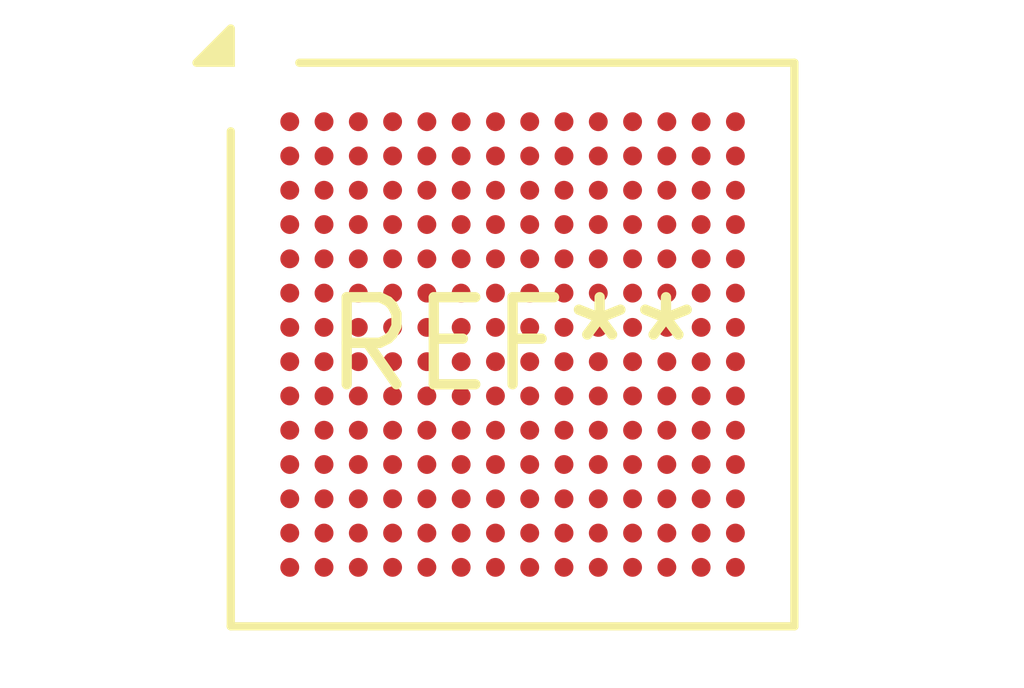
<source format=kicad_pcb>
(kicad_pcb (version 20240108) (generator pcbnew)
  (layers (0 "F.Cu" signal) (31 "B.Cu" signal) (34 "B.Paste" user) (35 "F.Paste" user) (36 "B.SilkS" user "B.Silkscreen") (37 "F.SilkS" user "F.Silkscreen") (38 "B.Mask" user) (39 "F.Mask" user) (44 "Edge.Cuts" user))
  (net 0 "")
  (footprint "Xilinx_CPGA196" (layer "F.Cu") (at 0 0)
    (property "Reference" "REF**")
    (property "Value" "Xilinx_CPGA196")
    (fp_line (start -4.11 4.11) (end -4.11 -3.11) (layer "F.SilkS") (stroke (width 0.12)))
    (fp_line (start -3.11 -4.11) (end 4.11 -4.11) (layer "F.SilkS") (stroke (width 0.12)))
    (fp_line (start 4.11 -4.11) (end 4.11 4.11) (layer "F.SilkS") (stroke (width 0.12)))
    (fp_line (start 4.11 4.11) (end -4.11 4.11) (layer "F.SilkS") (stroke (width 0.12)))
    (fp_poly (pts (xy -4.11 -4.11) (xy -4.61 -4.11) (xy -4.11 -4.61) (xy -4.11 -4.11)) (layer "F.SilkS") (stroke (width 0.12)) (fill solid))
    (pad "A1" smd circle (at -3.25 -3.25) (size 0.275 0.275) (property pad_prop_bga) (layers "F.Cu" "F.Paste" "F.Mask"))
    (pad "A2" smd circle (at -2.75 -3.25) (size 0.275 0.275) (property pad_prop_bga) (layers "F.Cu" "F.Paste" "F.Mask"))
    (pad "A3" smd circle (at -2.25 -3.25) (size 0.275 0.275) (property pad_prop_bga) (layers "F.Cu" "F.Paste" "F.Mask"))
    (pad "A4" smd circle (at -1.75 -3.25) (size 0.275 0.275) (property pad_prop_bga) (layers "F.Cu" "F.Paste" "F.Mask"))
    (pad "A5" smd circle (at -1.25 -3.25) (size 0.275 0.275) (property pad_prop_bga) (layers "F.Cu" "F.Paste" "F.Mask"))
    (pad "A6" smd circle (at -0.75 -3.25) (size 0.275 0.275) (property pad_prop_bga) (layers "F.Cu" "F.Paste" "F.Mask"))
    (pad "A7" smd circle (at -0.25 -3.25) (size 0.275 0.275) (property pad_prop_bga) (layers "F.Cu" "F.Paste" "F.Mask"))
    (pad "A8" smd circle (at 0.25 -3.25) (size 0.275 0.275) (property pad_prop_bga) (layers "F.Cu" "F.Paste" "F.Mask"))
    (pad "A9" smd circle (at 0.75 -3.25) (size 0.275 0.275) (property pad_prop_bga) (layers "F.Cu" "F.Paste" "F.Mask"))
    (pad "A10" smd circle (at 1.25 -3.25) (size 0.275 0.275) (property pad_prop_bga) (layers "F.Cu" "F.Paste" "F.Mask"))
    (pad "A11" smd circle (at 1.75 -3.25) (size 0.275 0.275) (property pad_prop_bga) (layers "F.Cu" "F.Paste" "F.Mask"))
    (pad "A12" smd circle (at 2.25 -3.25) (size 0.275 0.275) (property pad_prop_bga) (layers "F.Cu" "F.Paste" "F.Mask"))
    (pad "A13" smd circle (at 2.75 -3.25) (size 0.275 0.275) (property pad_prop_bga) (layers "F.Cu" "F.Paste" "F.Mask"))
    (pad "A14" smd circle (at 3.25 -3.25) (size 0.275 0.275) (property pad_prop_bga) (layers "F.Cu" "F.Paste" "F.Mask"))
    (pad "B1" smd circle (at -3.25 -2.75) (size 0.275 0.275) (property pad_prop_bga) (layers "F.Cu" "F.Paste" "F.Mask"))
    (pad "B2" smd circle (at -2.75 -2.75) (size 0.275 0.275) (property pad_prop_bga) (layers "F.Cu" "F.Paste" "F.Mask"))
    (pad "B3" smd circle (at -2.25 -2.75) (size 0.275 0.275) (property pad_prop_bga) (layers "F.Cu" "F.Paste" "F.Mask"))
    (pad "B4" smd circle (at -1.75 -2.75) (size 0.275 0.275) (property pad_prop_bga) (layers "F.Cu" "F.Paste" "F.Mask"))
    (pad "B5" smd circle (at -1.25 -2.75) (size 0.275 0.275) (property pad_prop_bga) (layers "F.Cu" "F.Paste" "F.Mask"))
    (pad "B6" smd circle (at -0.75 -2.75) (size 0.275 0.275) (property pad_prop_bga) (layers "F.Cu" "F.Paste" "F.Mask"))
    (pad "B7" smd circle (at -0.25 -2.75) (size 0.275 0.275) (property pad_prop_bga) (layers "F.Cu" "F.Paste" "F.Mask"))
    (pad "B8" smd circle (at 0.25 -2.75) (size 0.275 0.275) (property pad_prop_bga) (layers "F.Cu" "F.Paste" "F.Mask"))
    (pad "B9" smd circle (at 0.75 -2.75) (size 0.275 0.275) (property pad_prop_bga) (layers "F.Cu" "F.Paste" "F.Mask"))
    (pad "B10" smd circle (at 1.25 -2.75) (size 0.275 0.275) (property pad_prop_bga) (layers "F.Cu" "F.Paste" "F.Mask"))
    (pad "B11" smd circle (at 1.75 -2.75) (size 0.275 0.275) (property pad_prop_bga) (layers "F.Cu" "F.Paste" "F.Mask"))
    (pad "B12" smd circle (at 2.25 -2.75) (size 0.275 0.275) (property pad_prop_bga) (layers "F.Cu" "F.Paste" "F.Mask"))
    (pad "B13" smd circle (at 2.75 -2.75) (size 0.275 0.275) (property pad_prop_bga) (layers "F.Cu" "F.Paste" "F.Mask"))
    (pad "B14" smd circle (at 3.25 -2.75) (size 0.275 0.275) (property pad_prop_bga) (layers "F.Cu" "F.Paste" "F.Mask"))
    (pad "C1" smd circle (at -3.25 -2.25) (size 0.275 0.275) (property pad_prop_bga) (layers "F.Cu" "F.Paste" "F.Mask"))
    (pad "C2" smd circle (at -2.75 -2.25) (size 0.275 0.275) (property pad_prop_bga) (layers "F.Cu" "F.Paste" "F.Mask"))
    (pad "C3" smd circle (at -2.25 -2.25) (size 0.275 0.275) (property pad_prop_bga) (layers "F.Cu" "F.Paste" "F.Mask"))
    (pad "C4" smd circle (at -1.75 -2.25) (size 0.275 0.275) (property pad_prop_bga) (layers "F.Cu" "F.Paste" "F.Mask"))
    (pad "C5" smd circle (at -1.25 -2.25) (size 0.275 0.275) (property pad_prop_bga) (layers "F.Cu" "F.Paste" "F.Mask"))
    (pad "C6" smd circle (at -0.75 -2.25) (size 0.275 0.275) (property pad_prop_bga) (layers "F.Cu" "F.Paste" "F.Mask"))
    (pad "C7" smd circle (at -0.25 -2.25) (size 0.275 0.275) (property pad_prop_bga) (layers "F.Cu" "F.Paste" "F.Mask"))
    (pad "C8" smd circle (at 0.25 -2.25) (size 0.275 0.275) (property pad_prop_bga) (layers "F.Cu" "F.Paste" "F.Mask"))
    (pad "C9" smd circle (at 0.75 -2.25) (size 0.275 0.275) (property pad_prop_bga) (layers "F.Cu" "F.Paste" "F.Mask"))
    (pad "C10" smd circle (at 1.25 -2.25) (size 0.275 0.275) (property pad_prop_bga) (layers "F.Cu" "F.Paste" "F.Mask"))
    (pad "C11" smd circle (at 1.75 -2.25) (size 0.275 0.275) (property pad_prop_bga) (layers "F.Cu" "F.Paste" "F.Mask"))
    (pad "C12" smd circle (at 2.25 -2.25) (size 0.275 0.275) (property pad_prop_bga) (layers "F.Cu" "F.Paste" "F.Mask"))
    (pad "C13" smd circle (at 2.75 -2.25) (size 0.275 0.275) (property pad_prop_bga) (layers "F.Cu" "F.Paste" "F.Mask"))
    (pad "C14" smd circle (at 3.25 -2.25) (size 0.275 0.275) (property pad_prop_bga) (layers "F.Cu" "F.Paste" "F.Mask"))
    (pad "D1" smd circle (at -3.25 -1.75) (size 0.275 0.275) (property pad_prop_bga) (layers "F.Cu" "F.Paste" "F.Mask"))
    (pad "D2" smd circle (at -2.75 -1.75) (size 0.275 0.275) (property pad_prop_bga) (layers "F.Cu" "F.Paste" "F.Mask"))
    (pad "D3" smd circle (at -2.25 -1.75) (size 0.275 0.275) (property pad_prop_bga) (layers "F.Cu" "F.Paste" "F.Mask"))
    (pad "D4" smd circle (at -1.75 -1.75) (size 0.275 0.275) (property pad_prop_bga) (layers "F.Cu" "F.Paste" "F.Mask"))
    (pad "D5" smd circle (at -1.25 -1.75) (size 0.275 0.275) (property pad_prop_bga) (layers "F.Cu" "F.Paste" "F.Mask"))
    (pad "D6" smd circle (at -0.75 -1.75) (size 0.275 0.275) (property pad_prop_bga) (layers "F.Cu" "F.Paste" "F.Mask"))
    (pad "D7" smd circle (at -0.25 -1.75) (size 0.275 0.275) (property pad_prop_bga) (layers "F.Cu" "F.Paste" "F.Mask"))
    (pad "D8" smd circle (at 0.25 -1.75) (size 0.275 0.275) (property pad_prop_bga) (layers "F.Cu" "F.Paste" "F.Mask"))
    (pad "D9" smd circle (at 0.75 -1.75) (size 0.275 0.275) (property pad_prop_bga) (layers "F.Cu" "F.Paste" "F.Mask"))
    (pad "D10" smd circle (at 1.25 -1.75) (size 0.275 0.275) (property pad_prop_bga) (layers "F.Cu" "F.Paste" "F.Mask"))
    (pad "D11" smd circle (at 1.75 -1.75) (size 0.275 0.275) (property pad_prop_bga) (layers "F.Cu" "F.Paste" "F.Mask"))
    (pad "D12" smd circle (at 2.25 -1.75) (size 0.275 0.275) (property pad_prop_bga) (layers "F.Cu" "F.Paste" "F.Mask"))
    (pad "D13" smd circle (at 2.75 -1.75) (size 0.275 0.275) (property pad_prop_bga) (layers "F.Cu" "F.Paste" "F.Mask"))
    (pad "D14" smd circle (at 3.25 -1.75) (size 0.275 0.275) (property pad_prop_bga) (layers "F.Cu" "F.Paste" "F.Mask"))
    (pad "E1" smd circle (at -3.25 -1.25) (size 0.275 0.275) (property pad_prop_bga) (layers "F.Cu" "F.Paste" "F.Mask"))
    (pad "E2" smd circle (at -2.75 -1.25) (size 0.275 0.275) (property pad_prop_bga) (layers "F.Cu" "F.Paste" "F.Mask"))
    (pad "E3" smd circle (at -2.25 -1.25) (size 0.275 0.275) (property pad_prop_bga) (layers "F.Cu" "F.Paste" "F.Mask"))
    (pad "E4" smd circle (at -1.75 -1.25) (size 0.275 0.275) (property pad_prop_bga) (layers "F.Cu" "F.Paste" "F.Mask"))
    (pad "E5" smd circle (at -1.25 -1.25) (size 0.275 0.275) (property pad_prop_bga) (layers "F.Cu" "F.Paste" "F.Mask"))
    (pad "E6" smd circle (at -0.75 -1.25) (size 0.275 0.275) (property pad_prop_bga) (layers "F.Cu" "F.Paste" "F.Mask"))
    (pad "E7" smd circle (at -0.25 -1.25) (size 0.275 0.275) (property pad_prop_bga) (layers "F.Cu" "F.Paste" "F.Mask"))
    (pad "E8" smd circle (at 0.25 -1.25) (size 0.275 0.275) (property pad_prop_bga) (layers "F.Cu" "F.Paste" "F.Mask"))
    (pad "E9" smd circle (at 0.75 -1.25) (size 0.275 0.275) (property pad_prop_bga) (layers "F.Cu" "F.Paste" "F.Mask"))
    (pad "E10" smd circle (at 1.25 -1.25) (size 0.275 0.275) (property pad_prop_bga) (layers "F.Cu" "F.Paste" "F.Mask"))
    (pad "E11" smd circle (at 1.75 -1.25) (size 0.275 0.275) (property pad_prop_bga) (layers "F.Cu" "F.Paste" "F.Mask"))
    (pad "E12" smd circle (at 2.25 -1.25) (size 0.275 0.275) (property pad_prop_bga) (layers "F.Cu" "F.Paste" "F.Mask"))
    (pad "E13" smd circle (at 2.75 -1.25) (size 0.275 0.275) (property pad_prop_bga) (layers "F.Cu" "F.Paste" "F.Mask"))
    (pad "E14" smd circle (at 3.25 -1.25) (size 0.275 0.275) (property pad_prop_bga) (layers "F.Cu" "F.Paste" "F.Mask"))
    (pad "F1" smd circle (at -3.25 -0.75) (size 0.275 0.275) (property pad_prop_bga) (layers "F.Cu" "F.Paste" "F.Mask"))
    (pad "F2" smd circle (at -2.75 -0.75) (size 0.275 0.275) (property pad_prop_bga) (layers "F.Cu" "F.Paste" "F.Mask"))
    (pad "F3" smd circle (at -2.25 -0.75) (size 0.275 0.275) (property pad_prop_bga) (layers "F.Cu" "F.Paste" "F.Mask"))
    (pad "F4" smd circle (at -1.75 -0.75) (size 0.275 0.275) (property pad_prop_bga) (layers "F.Cu" "F.Paste" "F.Mask"))
    (pad "F5" smd circle (at -1.25 -0.75) (size 0.275 0.275) (property pad_prop_bga) (layers "F.Cu" "F.Paste" "F.Mask"))
    (pad "F6" smd circle (at -0.75 -0.75) (size 0.275 0.275) (property pad_prop_bga) (layers "F.Cu" "F.Paste" "F.Mask"))
    (pad "F7" smd circle (at -0.25 -0.75) (size 0.275 0.275) (property pad_prop_bga) (layers "F.Cu" "F.Paste" "F.Mask"))
    (pad "F8" smd circle (at 0.25 -0.75) (size 0.275 0.275) (property pad_prop_bga) (layers "F.Cu" "F.Paste" "F.Mask"))
    (pad "F9" smd circle (at 0.75 -0.75) (size 0.275 0.275) (property pad_prop_bga) (layers "F.Cu" "F.Paste" "F.Mask"))
    (pad "F10" smd circle (at 1.25 -0.75) (size 0.275 0.275) (property pad_prop_bga) (layers "F.Cu" "F.Paste" "F.Mask"))
    (pad "F11" smd circle (at 1.75 -0.75) (size 0.275 0.275) (property pad_prop_bga) (layers "F.Cu" "F.Paste" "F.Mask"))
    (pad "F12" smd circle (at 2.25 -0.75) (size 0.275 0.275) (property pad_prop_bga) (layers "F.Cu" "F.Paste" "F.Mask"))
    (pad "F13" smd circle (at 2.75 -0.75) (size 0.275 0.275) (property pad_prop_bga) (layers "F.Cu" "F.Paste" "F.Mask"))
    (pad "F14" smd circle (at 3.25 -0.75) (size 0.275 0.275) (property pad_prop_bga) (layers "F.Cu" "F.Paste" "F.Mask"))
    (pad "G1" smd circle (at -3.25 -0.25) (size 0.275 0.275) (property pad_prop_bga) (layers "F.Cu" "F.Paste" "F.Mask"))
    (pad "G2" smd circle (at -2.75 -0.25) (size 0.275 0.275) (property pad_prop_bga) (layers "F.Cu" "F.Paste" "F.Mask"))
    (pad "G3" smd circle (at -2.25 -0.25) (size 0.275 0.275) (property pad_prop_bga) (layers "F.Cu" "F.Paste" "F.Mask"))
    (pad "G4" smd circle (at -1.75 -0.25) (size 0.275 0.275) (property pad_prop_bga) (layers "F.Cu" "F.Paste" "F.Mask"))
    (pad "G5" smd circle (at -1.25 -0.25) (size 0.275 0.275) (property pad_prop_bga) (layers "F.Cu" "F.Paste" "F.Mask"))
    (pad "G6" smd circle (at -0.75 -0.25) (size 0.275 0.275) (property pad_prop_bga) (layers "F.Cu" "F.Paste" "F.Mask"))
    (pad "G7" smd circle (at -0.25 -0.25) (size 0.275 0.275) (property pad_prop_bga) (layers "F.Cu" "F.Paste" "F.Mask"))
    (pad "G8" smd circle (at 0.25 -0.25) (size 0.275 0.275) (property pad_prop_bga) (layers "F.Cu" "F.Paste" "F.Mask"))
    (pad "G9" smd circle (at 0.75 -0.25) (size 0.275 0.275) (property pad_prop_bga) (layers "F.Cu" "F.Paste" "F.Mask"))
    (pad "G10" smd circle (at 1.25 -0.25) (size 0.275 0.275) (property pad_prop_bga) (layers "F.Cu" "F.Paste" "F.Mask"))
    (pad "G11" smd circle (at 1.75 -0.25) (size 0.275 0.275) (property pad_prop_bga) (layers "F.Cu" "F.Paste" "F.Mask"))
    (pad "G12" smd circle (at 2.25 -0.25) (size 0.275 0.275) (property pad_prop_bga) (layers "F.Cu" "F.Paste" "F.Mask"))
    (pad "G13" smd circle (at 2.75 -0.25) (size 0.275 0.275) (property pad_prop_bga) (layers "F.Cu" "F.Paste" "F.Mask"))
    (pad "G14" smd circle (at 3.25 -0.25) (size 0.275 0.275) (property pad_prop_bga) (layers "F.Cu" "F.Paste" "F.Mask"))
    (pad "H1" smd circle (at -3.25 0.25) (size 0.275 0.275) (property pad_prop_bga) (layers "F.Cu" "F.Paste" "F.Mask"))
    (pad "H2" smd circle (at -2.75 0.25) (size 0.275 0.275) (property pad_prop_bga) (layers "F.Cu" "F.Paste" "F.Mask"))
    (pad "H3" smd circle (at -2.25 0.25) (size 0.275 0.275) (property pad_prop_bga) (layers "F.Cu" "F.Paste" "F.Mask"))
    (pad "H4" smd circle (at -1.75 0.25) (size 0.275 0.275) (property pad_prop_bga) (layers "F.Cu" "F.Paste" "F.Mask"))
    (pad "H5" smd circle (at -1.25 0.25) (size 0.275 0.275) (property pad_prop_bga) (layers "F.Cu" "F.Paste" "F.Mask"))
    (pad "H6" smd circle (at -0.75 0.25) (size 0.275 0.275) (property pad_prop_bga) (layers "F.Cu" "F.Paste" "F.Mask"))
    (pad "H7" smd circle (at -0.25 0.25) (size 0.275 0.275) (property pad_prop_bga) (layers "F.Cu" "F.Paste" "F.Mask"))
    (pad "H8" smd circle (at 0.25 0.25) (size 0.275 0.275) (property pad_prop_bga) (layers "F.Cu" "F.Paste" "F.Mask"))
    (pad "H9" smd circle (at 0.75 0.25) (size 0.275 0.275) (property pad_prop_bga) (layers "F.Cu" "F.Paste" "F.Mask"))
    (pad "H10" smd circle (at 1.25 0.25) (size 0.275 0.275) (property pad_prop_bga) (layers "F.Cu" "F.Paste" "F.Mask"))
    (pad "H11" smd circle (at 1.75 0.25) (size 0.275 0.275) (property pad_prop_bga) (layers "F.Cu" "F.Paste" "F.Mask"))
    (pad "H12" smd circle (at 2.25 0.25) (size 0.275 0.275) (property pad_prop_bga) (layers "F.Cu" "F.Paste" "F.Mask"))
    (pad "H13" smd circle (at 2.75 0.25) (size 0.275 0.275) (property pad_prop_bga) (layers "F.Cu" "F.Paste" "F.Mask"))
    (pad "H14" smd circle (at 3.25 0.25) (size 0.275 0.275) (property pad_prop_bga) (layers "F.Cu" "F.Paste" "F.Mask"))
    (pad "J1" smd circle (at -3.25 0.75) (size 0.275 0.275) (property pad_prop_bga) (layers "F.Cu" "F.Paste" "F.Mask"))
    (pad "J2" smd circle (at -2.75 0.75) (size 0.275 0.275) (property pad_prop_bga) (layers "F.Cu" "F.Paste" "F.Mask"))
    (pad "J3" smd circle (at -2.25 0.75) (size 0.275 0.275) (property pad_prop_bga) (layers "F.Cu" "F.Paste" "F.Mask"))
    (pad "J4" smd circle (at -1.75 0.75) (size 0.275 0.275) (property pad_prop_bga) (layers "F.Cu" "F.Paste" "F.Mask"))
    (pad "J5" smd circle (at -1.25 0.75) (size 0.275 0.275) (property pad_prop_bga) (layers "F.Cu" "F.Paste" "F.Mask"))
    (pad "J6" smd circle (at -0.75 0.75) (size 0.275 0.275) (property pad_prop_bga) (layers "F.Cu" "F.Paste" "F.Mask"))
    (pad "J7" smd circle (at -0.25 0.75) (size 0.275 0.275) (property pad_prop_bga) (layers "F.Cu" "F.Paste" "F.Mask"))
    (pad "J8" smd circle (at 0.25 0.75) (size 0.275 0.275) (property pad_prop_bga) (layers "F.Cu" "F.Paste" "F.Mask"))
    (pad "J9" smd circle (at 0.75 0.75) (size 0.275 0.275) (property pad_prop_bga) (layers "F.Cu" "F.Paste" "F.Mask"))
    (pad "J10" smd circle (at 1.25 0.75) (size 0.275 0.275) (property pad_prop_bga) (layers "F.Cu" "F.Paste" "F.Mask"))
    (pad "J11" smd circle (at 1.75 0.75) (size 0.275 0.275) (property pad_prop_bga) (layers "F.Cu" "F.Paste" "F.Mask"))
    (pad "J12" smd circle (at 2.25 0.75) (size 0.275 0.275) (property pad_prop_bga) (layers "F.Cu" "F.Paste" "F.Mask"))
    (pad "J13" smd circle (at 2.75 0.75) (size 0.275 0.275) (property pad_prop_bga) (layers "F.Cu" "F.Paste" "F.Mask"))
    (pad "J14" smd circle (at 3.25 0.75) (size 0.275 0.275) (property pad_prop_bga) (layers "F.Cu" "F.Paste" "F.Mask"))
    (pad "K1" smd circle (at -3.25 1.25) (size 0.275 0.275) (property pad_prop_bga) (layers "F.Cu" "F.Paste" "F.Mask"))
    (pad "K2" smd circle (at -2.75 1.25) (size 0.275 0.275) (property pad_prop_bga) (layers "F.Cu" "F.Paste" "F.Mask"))
    (pad "K3" smd circle (at -2.25 1.25) (size 0.275 0.275) (property pad_prop_bga) (layers "F.Cu" "F.Paste" "F.Mask"))
    (pad "K4" smd circle (at -1.75 1.25) (size 0.275 0.275) (property pad_prop_bga) (layers "F.Cu" "F.Paste" "F.Mask"))
    (pad "K5" smd circle (at -1.25 1.25) (size 0.275 0.275) (property pad_prop_bga) (layers "F.Cu" "F.Paste" "F.Mask"))
    (pad "K6" smd circle (at -0.75 1.25) (size 0.275 0.275) (property pad_prop_bga) (layers "F.Cu" "F.Paste" "F.Mask"))
    (pad "K7" smd circle (at -0.25 1.25) (size 0.275 0.275) (property pad_prop_bga) (layers "F.Cu" "F.Paste" "F.Mask"))
    (pad "K8" smd circle (at 0.25 1.25) (size 0.275 0.275) (property pad_prop_bga) (layers "F.Cu" "F.Paste" "F.Mask"))
    (pad "K9" smd circle (at 0.75 1.25) (size 0.275 0.275) (property pad_prop_bga) (layers "F.Cu" "F.Paste" "F.Mask"))
    (pad "K10" smd circle (at 1.25 1.25) (size 0.275 0.275) (property pad_prop_bga) (layers "F.Cu" "F.Paste" "F.Mask"))
    (pad "K11" smd circle (at 1.75 1.25) (size 0.275 0.275) (property pad_prop_bga) (layers "F.Cu" "F.Paste" "F.Mask"))
    (pad "K12" smd circle (at 2.25 1.25) (size 0.275 0.275) (property pad_prop_bga) (layers "F.Cu" "F.Paste" "F.Mask"))
    (pad "K13" smd circle (at 2.75 1.25) (size 0.275 0.275) (property pad_prop_bga) (layers "F.Cu" "F.Paste" "F.Mask"))
    (pad "K14" smd circle (at 3.25 1.25) (size 0.275 0.275) (property pad_prop_bga) (layers "F.Cu" "F.Paste" "F.Mask"))
    (pad "L1" smd circle (at -3.25 1.75) (size 0.275 0.275) (property pad_prop_bga) (layers "F.Cu" "F.Paste" "F.Mask"))
    (pad "L2" smd circle (at -2.75 1.75) (size 0.275 0.275) (property pad_prop_bga) (layers "F.Cu" "F.Paste" "F.Mask"))
    (pad "L3" smd circle (at -2.25 1.75) (size 0.275 0.275) (property pad_prop_bga) (layers "F.Cu" "F.Paste" "F.Mask"))
    (pad "L4" smd circle (at -1.75 1.75) (size 0.275 0.275) (property pad_prop_bga) (layers "F.Cu" "F.Paste" "F.Mask"))
    (pad "L5" smd circle (at -1.25 1.75) (size 0.275 0.275) (property pad_prop_bga) (layers "F.Cu" "F.Paste" "F.Mask"))
    (pad "L6" smd circle (at -0.75 1.75) (size 0.275 0.275) (property pad_prop_bga) (layers "F.Cu" "F.Paste" "F.Mask"))
    (pad "L7" smd circle (at -0.25 1.75) (size 0.275 0.275) (property pad_prop_bga) (layers "F.Cu" "F.Paste" "F.Mask"))
    (pad "L8" smd circle (at 0.25 1.75) (size 0.275 0.275) (property pad_prop_bga) (layers "F.Cu" "F.Paste" "F.Mask"))
    (pad "L9" smd circle (at 0.75 1.75) (size 0.275 0.275) (property pad_prop_bga) (layers "F.Cu" "F.Paste" "F.Mask"))
    (pad "L10" smd circle (at 1.25 1.75) (size 0.275 0.275) (property pad_prop_bga) (layers "F.Cu" "F.Paste" "F.Mask"))
    (pad "L11" smd circle (at 1.75 1.75) (size 0.275 0.275) (property pad_prop_bga) (layers "F.Cu" "F.Paste" "F.Mask"))
    (pad "L12" smd circle (at 2.25 1.75) (size 0.275 0.275) (property pad_prop_bga) (layers "F.Cu" "F.Paste" "F.Mask"))
    (pad "L13" smd circle (at 2.75 1.75) (size 0.275 0.275) (property pad_prop_bga) (layers "F.Cu" "F.Paste" "F.Mask"))
    (pad "L14" smd circle (at 3.25 1.75) (size 0.275 0.275) (property pad_prop_bga) (layers "F.Cu" "F.Paste" "F.Mask"))
    (pad "M1" smd circle (at -3.25 2.25) (size 0.275 0.275) (property pad_prop_bga) (layers "F.Cu" "F.Paste" "F.Mask"))
    (pad "M2" smd circle (at -2.75 2.25) (size 0.275 0.275) (property pad_prop_bga) (layers "F.Cu" "F.Paste" "F.Mask"))
    (pad "M3" smd circle (at -2.25 2.25) (size 0.275 0.275) (property pad_prop_bga) (layers "F.Cu" "F.Paste" "F.Mask"))
    (pad "M4" smd circle (at -1.75 2.25) (size 0.275 0.275) (property pad_prop_bga) (layers "F.Cu" "F.Paste" "F.Mask"))
    (pad "M5" smd circle (at -1.25 2.25) (size 0.275 0.275) (property pad_prop_bga) (layers "F.Cu" "F.Paste" "F.Mask"))
    (pad "M6" smd circle (at -0.75 2.25) (size 0.275 0.275) (property pad_prop_bga) (layers "F.Cu" "F.Paste" "F.Mask"))
    (pad "M7" smd circle (at -0.25 2.25) (size 0.275 0.275) (property pad_prop_bga) (layers "F.Cu" "F.Paste" "F.Mask"))
    (pad "M8" smd circle (at 0.25 2.25) (size 0.275 0.275) (property pad_prop_bga) (layers "F.Cu" "F.Paste" "F.Mask"))
    (pad "M9" smd circle (at 0.75 2.25) (size 0.275 0.275) (property pad_prop_bga) (layers "F.Cu" "F.Paste" "F.Mask"))
    (pad "M10" smd circle (at 1.25 2.25) (size 0.275 0.275) (property pad_prop_bga) (layers "F.Cu" "F.Paste" "F.Mask"))
    (pad "M11" smd circle (at 1.75 2.25) (size 0.275 0.275) (property pad_prop_bga) (layers "F.Cu" "F.Paste" "F.Mask"))
    (pad "M12" smd circle (at 2.25 2.25) (size 0.275 0.275) (property pad_prop_bga) (layers "F.Cu" "F.Paste" "F.Mask"))
    (pad "M13" smd circle (at 2.75 2.25) (size 0.275 0.275) (property pad_prop_bga) (layers "F.Cu" "F.Paste" "F.Mask"))
    (pad "M14" smd circle (at 3.25 2.25) (size 0.275 0.275) (property pad_prop_bga) (layers "F.Cu" "F.Paste" "F.Mask"))
    (pad "N1" smd circle (at -3.25 2.75) (size 0.275 0.275) (property pad_prop_bga) (layers "F.Cu" "F.Paste" "F.Mask"))
    (pad "N2" smd circle (at -2.75 2.75) (size 0.275 0.275) (property pad_prop_bga) (layers "F.Cu" "F.Paste" "F.Mask"))
    (pad "N3" smd circle (at -2.25 2.75) (size 0.275 0.275) (property pad_prop_bga) (layers "F.Cu" "F.Paste" "F.Mask"))
    (pad "N4" smd circle (at -1.75 2.75) (size 0.275 0.275) (property pad_prop_bga) (layers "F.Cu" "F.Paste" "F.Mask"))
    (pad "N5" smd circle (at -1.25 2.75) (size 0.275 0.275) (property pad_prop_bga) (layers "F.Cu" "F.Paste" "F.Mask"))
    (pad "N6" smd circle (at -0.75 2.75) (size 0.275 0.275) (property pad_prop_bga) (layers "F.Cu" "F.Paste" "F.Mask"))
    (pad "N7" smd circle (at -0.25 2.75) (size 0.275 0.275) (property pad_prop_bga) (layers "F.Cu" "F.Paste" "F.Mask"))
    (pad "N8" smd circle (at 0.25 2.75) (size 0.275 0.275) (property pad_prop_bga) (layers "F.Cu" "F.Paste" "F.Mask"))
    (pad "N9" smd circle (at 0.75 2.75) (size 0.275 0.275) (property pad_prop_bga) (layers "F.Cu" "F.Paste" "F.Mask"))
    (pad "N10" smd circle (at 1.25 2.75) (size 0.275 0.275) (property pad_prop_bga) (layers "F.Cu" "F.Paste" "F.Mask"))
    (pad "N11" smd circle (at 1.75 2.75) (size 0.275 0.275) (property pad_prop_bga) (layers "F.Cu" "F.Paste" "F.Mask"))
    (pad "N12" smd circle (at 2.25 2.75) (size 0.275 0.275) (property pad_prop_bga) (layers "F.Cu" "F.Paste" "F.Mask"))
    (pad "N13" smd circle (at 2.75 2.75) (size 0.275 0.275) (property pad_prop_bga) (layers "F.Cu" "F.Paste" "F.Mask"))
    (pad "N14" smd circle (at 3.25 2.75) (size 0.275 0.275) (property pad_prop_bga) (layers "F.Cu" "F.Paste" "F.Mask"))
    (pad "P1" smd circle (at -3.25 3.25) (size 0.275 0.275) (property pad_prop_bga) (layers "F.Cu" "F.Paste" "F.Mask"))
    (pad "P2" smd circle (at -2.75 3.25) (size 0.275 0.275) (property pad_prop_bga) (layers "F.Cu" "F.Paste" "F.Mask"))
    (pad "P3" smd circle (at -2.25 3.25) (size 0.275 0.275) (property pad_prop_bga) (layers "F.Cu" "F.Paste" "F.Mask"))
    (pad "P4" smd circle (at -1.75 3.25) (size 0.275 0.275) (property pad_prop_bga) (layers "F.Cu" "F.Paste" "F.Mask"))
    (pad "P5" smd circle (at -1.25 3.25) (size 0.275 0.275) (property pad_prop_bga) (layers "F.Cu" "F.Paste" "F.Mask"))
    (pad "P6" smd circle (at -0.75 3.25) (size 0.275 0.275) (property pad_prop_bga) (layers "F.Cu" "F.Paste" "F.Mask"))
    (pad "P7" smd circle (at -0.25 3.25) (size 0.275 0.275) (property pad_prop_bga) (layers "F.Cu" "F.Paste" "F.Mask"))
    (pad "P8" smd circle (at 0.25 3.25) (size 0.275 0.275) (property pad_prop_bga) (layers "F.Cu" "F.Paste" "F.Mask"))
    (pad "P9" smd circle (at 0.75 3.25) (size 0.275 0.275) (property pad_prop_bga) (layers "F.Cu" "F.Paste" "F.Mask"))
    (pad "P10" smd circle (at 1.25 3.25) (size 0.275 0.275) (property pad_prop_bga) (layers "F.Cu" "F.Paste" "F.Mask"))
    (pad "P11" smd circle (at 1.75 3.25) (size 0.275 0.275) (property pad_prop_bga) (layers "F.Cu" "F.Paste" "F.Mask"))
    (pad "P12" smd circle (at 2.25 3.25) (size 0.275 0.275) (property pad_prop_bga) (layers "F.Cu" "F.Paste" "F.Mask"))
    (pad "P13" smd circle (at 2.75 3.25) (size 0.275 0.275) (property pad_prop_bga) (layers "F.Cu" "F.Paste" "F.Mask"))
    (pad "P14" smd circle (at 3.25 3.25) (size 0.275 0.275) (property pad_prop_bga) (layers "F.Cu" "F.Paste" "F.Mask"))
  )
)
</source>
